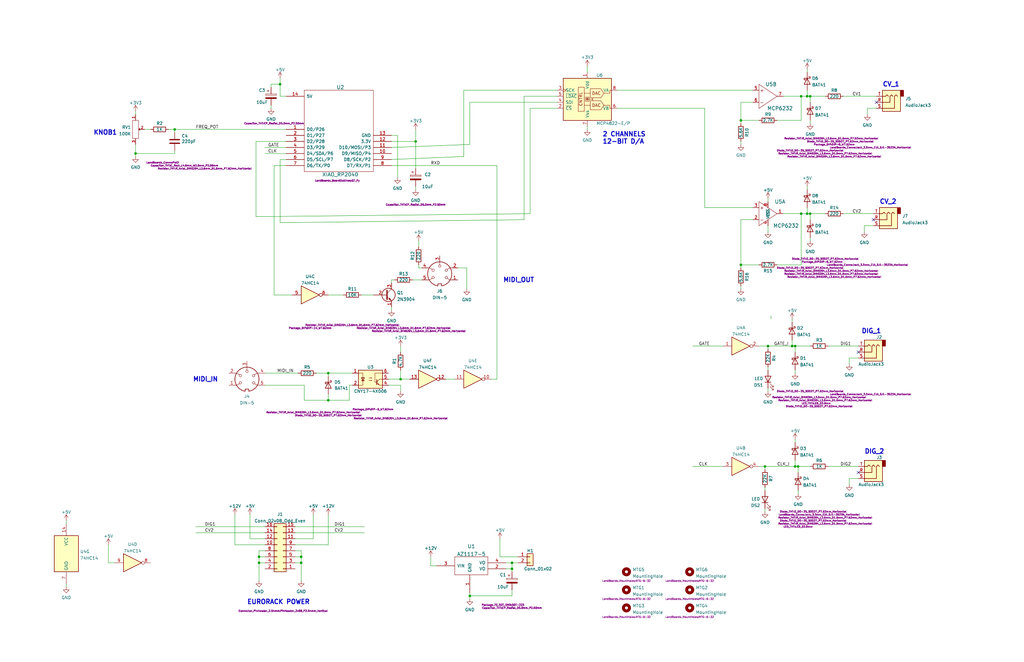
<source format=kicad_sch>
(kicad_sch (version 20211123) (generator eeschema)
  (paper "B")
  (title_block (title "SYNTH MIDI CONTROLLER") (date "2022-09-23") (rev "1") (company "LAND BOARDS LLC") (comment 1 "https://note.com/solder_state/n/n17e028497eba"))
  (lib_symbols
    (symbol "74xx:74HC04"
      (property "Reference" "U" (at 0 1.27 0))
      (property "Value" "74HC04" (at 0 -1.27 0))
      (symbol "74HC04_1_0"
        (pin input line (at -7.62 0 0) (length 3.81) (name "~") (number "1"))
        (pin output inverted (at 7.62 0 180) (length 3.81) (name "~") (number "2"))
      )
      (symbol "74HC04_2_0"
        (pin input line (at -7.62 0 0) (length 3.81) (name "~") (number "3"))
        (pin output inverted (at 7.62 0 180) (length 3.81) (name "~") (number "4"))
      )
      (symbol "74HC04_3_0"
        (pin input line (at -7.62 0 0) (length 3.81) (name "~") (number "5"))
        (pin output inverted (at 7.62 0 180) (length 3.81) (name "~") (number "6"))
      )
      (symbol "74HC04_4_0"
        (pin output inverted (at 7.62 0 180) (length 3.81) (name "~") (number "8"))
        (pin input line (at -7.62 0 0) (length 3.81) (name "~") (number "9"))
      )
      (symbol "74HC04_5_0"
        (pin output inverted (at 7.62 0 180) (length 3.81) (name "~") (number "10"))
        (pin input line (at -7.62 0 0) (length 3.81) (name "~") (number "11"))
      )
      (symbol "74HC04_6_0"
        (pin output inverted (at 7.62 0 180) (length 3.81) (name "~") (number "12"))
        (pin input line (at -7.62 0 0) (length 3.81) (name "~") (number "13"))
      )
      (symbol "74HC04_7_0"
        (pin power_in line (at 0 12.7 270) (length 5.08) (name "VCC") (number "14"))
        (pin power_in line (at 0 -12.7 90) (length 5.08) (name "GND") (number "7"))
      )
    )
    (symbol "Analog_DAC:MCP4822" (pin_names (offset 1.016))
      (property "Reference" "U" (at -2.54 10.795 0))
      (property "Value" "MCP4822" (at -2.54 8.89 0))
      (symbol "MCP4822_0_0"
        (text "CNTRL" (at -2.032 -4.191 900) (effects (font (size 1.27 1.27)) (justify left bottom)))
        (text "DAC" (at 3.81 -3.81 0) (effects (font (size 1.27 1.27))))
        (text "DAC" (at 3.81 1.27 0) (effects (font (size 1.27 1.27))))
      )
      (symbol "MCP4822_1_1"
        (pin power_in line (at 0 10.16 270) (length 2.54) (name "Vdd") (number "1"))
        (pin input line (at -12.7 -5.08 0) (length 2.54) (name "~{CS}") (number "2"))
        (pin input clock (at -12.7 2.54 0) (length 2.54) (name "SCK") (number "3"))
        (pin input line (at -12.7 -2.54 0) (length 2.54) (name "SDI") (number "4"))
        (pin input line (at -12.7 0 0) (length 2.54) (name "~{LDAC}") (number "5"))
        (pin output line (at 12.7 -5.08 180) (length 2.54) (name "VB") (number "6"))
        (pin power_in line (at 0 -12.7 90) (length 2.54) (name "Vss") (number "7"))
        (pin output line (at 12.7 2.54 180) (length 2.54) (name "VA") (number "8"))
      )
    )
    (symbol "Connector:AudioJack3"
      (property "Reference" "J" (at 0 8.89 0))
      (property "Value" "AudioJack3" (at 0 6.35 0))
      (symbol "AudioJack3_1_1"
        (pin passive line (at 5.08 0 180) (length 2.54) (name "~") (number "R"))
        (pin passive line (at 5.08 2.54 180) (length 2.54) (name "~") (number "S"))
        (pin passive line (at 5.08 -2.54 180) (length 2.54) (name "~") (number "T"))
      )
    )
    (symbol "Connector:DIN-5" (pin_names (offset 1.016))
      (property "Reference" "J" (at 3.175 5.715 0))
      (property "Value" "DIN-5" (at 0 -6.35 0))
      (symbol "DIN-5_1_1"
        (pin passive line (at -7.62 -2.54 0) (length 2.54) (name "~") (number "1"))
        (pin passive line (at -7.62 2.54 0) (length 2.54) (name "~") (number "2"))
        (pin passive line (at 0 7.62 270) (length 2.54) (name "~") (number "3"))
        (pin passive line (at 7.62 2.54 180) (length 2.54) (name "~") (number "4"))
        (pin passive line (at 7.62 -2.54 180) (length 2.54) (name "~") (number "5"))
      )
    )
    (symbol "Connector_Generic:Conn_01x02" (pin_names (offset 1.016) hide)
      (property "Reference" "J" (at 0 2.54 0))
      (property "Value" "Conn_01x02" (at 0 -5.08 0))
      (symbol "Conn_01x02_1_1"
        (pin passive line (at -5.08 0 0) (length 3.81) (name "Pin_1") (number "1"))
        (pin passive line (at -5.08 -2.54 0) (length 3.81) (name "Pin_2") (number "2"))
      )
    )
    (symbol "Connector_Generic:Conn_02x08_Odd_Even" (pin_names (offset 1.016) hide)
      (property "Reference" "J" (at 1.27 10.16 0))
      (property "Value" "Conn_02x08_Odd_Even" (at 1.27 -12.7 0))
      (symbol "Conn_02x08_Odd_Even_1_1"
        (pin passive line (at -5.08 7.62 0) (length 3.81) (name "Pin_1") (number "1"))
        (pin passive line (at 7.62 -2.54 180) (length 3.81) (name "Pin_10") (number "10"))
        (pin passive line (at -5.08 -5.08 0) (length 3.81) (name "Pin_11") (number "11"))
        (pin passive line (at 7.62 -5.08 180) (length 3.81) (name "Pin_12") (number "12"))
        (pin passive line (at -5.08 -7.62 0) (length 3.81) (name "Pin_13") (number "13"))
        (pin passive line (at 7.62 -7.62 180) (length 3.81) (name "Pin_14") (number "14"))
        (pin passive line (at -5.08 -10.16 0) (length 3.81) (name "Pin_15") (number "15"))
        (pin passive line (at 7.62 -10.16 180) (length 3.81) (name "Pin_16") (number "16"))
        (pin passive line (at 7.62 7.62 180) (length 3.81) (name "Pin_2") (number "2"))
        (pin passive line (at -5.08 5.08 0) (length 3.81) (name "Pin_3") (number "3"))
        (pin passive line (at 7.62 5.08 180) (length 3.81) (name "Pin_4") (number "4"))
        (pin passive line (at -5.08 2.54 0) (length 3.81) (name "Pin_5") (number "5"))
        (pin passive line (at 7.62 2.54 180) (length 3.81) (name "Pin_6") (number "6"))
        (pin passive line (at -5.08 0 0) (length 3.81) (name "Pin_7") (number "7"))
        (pin passive line (at 7.62 0 180) (length 3.81) (name "Pin_8") (number "8"))
        (pin passive line (at -5.08 -2.54 0) (length 3.81) (name "Pin_9") (number "9"))
      )
    )
    (symbol "Device:C" (pin_numbers hide) (pin_names (offset 0.254))
      (property "Reference" "C" (at 0.635 2.54 0))
      (property "Value" "C" (at 0.635 -2.54 0))
      (symbol "C_1_1"
        (pin passive line (at 0 3.81 270) (length 2.794) (name "~") (number "1"))
        (pin passive line (at 0 -3.81 90) (length 2.794) (name "~") (number "2"))
      )
    )
    (symbol "Device:C_Polarized" (pin_numbers hide) (pin_names (offset 0.254))
      (property "Reference" "C" (at 0.635 2.54 0))
      (property "Value" "C_Polarized" (at 0.635 -2.54 0))
      (symbol "C_Polarized_1_1"
        (pin passive line (at 0 3.81 270) (length 2.794) (name "~") (number "1"))
        (pin passive line (at 0 -3.81 90) (length 2.794) (name "~") (number "2"))
      )
    )
    (symbol "Device:D_Schottky" (pin_numbers hide) (pin_names (offset 1.016) hide)
      (property "Reference" "D" (at 0 2.54 0))
      (property "Value" "D_Schottky" (at 0 -2.54 0))
      (symbol "D_Schottky_1_1"
        (pin passive line (at -3.81 0 0) (length 2.54) (name "K") (number "1"))
        (pin passive line (at 3.81 0 180) (length 2.54) (name "A") (number "2"))
      )
    )
    (symbol "Device:LED" (pin_numbers hide) (pin_names (offset 1.016) hide)
      (property "Reference" "D" (at 0 2.54 0))
      (property "Value" "LED" (at 0 -2.54 0))
      (symbol "LED_1_1"
        (pin passive line (at -3.81 0 0) (length 2.54) (name "K") (number "1"))
        (pin passive line (at 3.81 0 180) (length 2.54) (name "A") (number "2"))
      )
    )
    (symbol "Device:R" (pin_numbers hide) (pin_names (offset 0))
      (property "Reference" "R" (at 2.032 0 90))
      (property "Value" "R" (at 0 0 90))
      (symbol "R_1_1"
        (pin passive line (at 0 3.81 270) (length 1.27) (name "~") (number "1"))
        (pin passive line (at 0 -3.81 90) (length 1.27) (name "~") (number "2"))
      )
    )
    (symbol "Isolator:4N26" (pin_names (offset 1.016))
      (property "Reference" "U" (at -5.08 5.08 0))
      (property "Value" "4N26" (at 0 5.08 0))
      (symbol "4N26_1_1"
        (pin passive line (at -7.62 2.54 0) (length 2.54) (name "~") (number "1"))
        (pin passive line (at -7.62 -2.54 0) (length 2.54) (name "~") (number "2"))
        (pin no_connect line (at -5.08 0 0) (length 2.54) hide (name "NC") (number "3"))
        (pin passive line (at 7.62 -2.54 180) (length 2.54) (name "~") (number "4"))
        (pin passive line (at 7.62 0 180) (length 2.54) (name "~") (number "5"))
        (pin passive line (at 7.62 2.54 180) (length 2.54) (name "~") (number "6"))
      )
    )
    (symbol "LandBoards:POT" (pin_names (offset 1.016) hide)
      (property "Reference" "RV" (at 0 -2.54 0))
      (property "Value" "POT" (at 0 0 0))
      (symbol "POT_1_1"
        (pin passive line (at -6.35 0 0) (length 2.54) (name "1") (number "1"))
        (pin passive line (at 0 3.81 270) (length 2.032) (name "2") (number "2"))
        (pin passive line (at 6.35 0 180) (length 2.54) (name "3") (number "3"))
      )
    )
    (symbol "LandBoards_Cards:XIAO_RP2040" (pin_names (offset 1.016))
      (property "Reference" "BRD" (at 0 25.4 0))
      (property "Value" "XIAO_RP2040" (at 0 -11.43 0))
      (symbol "XIAO_RP2040_1_1"
        (pin bidirectional line (at -22.86 7.62 0) (length 7.62) (name "D0/P26") (number "1"))
        (pin bidirectional line (at 21.59 -2.54 180) (length 7.62) (name "D9/MISO/P4") (number "10"))
        (pin bidirectional line (at 21.59 0 180) (length 7.62) (name "D10/MOSI/P3") (number "11"))
        (pin power_out line (at 21.59 2.54 180) (length 7.62) (name "3.3V") (number "12"))
        (pin power_in line (at 21.59 5.08 180) (length 7.62) (name "GND") (number "13"))
        (pin power_in line (at -22.86 21.59 0) (length 7.62) (name "5V") (number "14"))
        (pin bidirectional line (at -22.86 5.08 0) (length 7.62) (name "D1/P27") (number "2"))
        (pin bidirectional line (at -22.86 2.54 0) (length 7.62) (name "D2/P28") (number "3"))
        (pin bidirectional line (at -22.86 0 0) (length 7.62) (name "D3/P29") (number "4"))
        (pin bidirectional line (at -22.86 -2.54 0) (length 7.62) (name "D4/SDA/P6") (number "5"))
        (pin bidirectional line (at -22.86 -5.08 0) (length 7.62) (name "D5/SCL/P7") (number "6"))
        (pin bidirectional line (at -22.86 -7.62 0) (length 7.62) (name "D6/TX/P0") (number "7"))
        (pin bidirectional line (at 21.59 -7.62 180) (length 7.62) (name "D7/RX/P1") (number "8"))
        (pin bidirectional line (at 21.59 -5.08 180) (length 7.62) (name "D8/SCK/P2") (number "9"))
      )
    )
    (symbol "LandBoards_Semis:AP1117" (pin_names (offset 1.016))
      (property "Reference" "U" (at 2.54 3.81 0))
      (property "Value" "AP1117" (at 6.35 -6.35 0))
      (symbol "AP1117_1_1"
        (pin power_in line (at -2.54 -12.7 90) (length 7.62) (name "GND") (number "1"))
        (pin passive line (at 12.7 -2.54 180) (length 7.62) (name "VO") (number "2"))
        (pin power_in line (at -16.51 -1.27 0) (length 7.62) (name "VIN") (number "3"))
        (pin power_out line (at 12.7 0 180) (length 7.62) (name "VO") (number "4"))
      )
    )
    (symbol "LandBoards_Semis:MCP6002" (pin_names (offset 1.016))
      (property "Reference" "U" (at 2.54 -3.81 0))
      (property "Value" "MCP6002" (at 6.35 3.81 0))
      (symbol "MCP6002_0_0"
        (text "+" (at -2.54 2.54 0) (effects (font (size 1.524 1.524))))
        (text "-" (at -2.54 -2.54 0) (effects (font (size 1.524 1.524))))
      )
      (symbol "MCP6002_1_1"
        (pin input line (at 6.35 0 180) (length 2.54) (name "Q") (number "1"))
        (pin input line (at -6.35 -2.54 0) (length 2.54) (name "-") (number "2"))
        (pin input line (at -6.35 2.54 0) (length 2.54) (name "+") (number "3"))
        (pin input line (at 0 -5.08 90) (length 2.54) (name "VSS") (number "4"))
        (pin input line (at 0 5.08 270) (length 2.54) (name "VDD") (number "8"))
      )
      (symbol "MCP6002_2_1"
        (pin input line (at -6.35 2.54 0) (length 2.54) (name "+") (number "5"))
        (pin input line (at -6.35 -2.54 0) (length 2.54) (name "-") (number "6"))
        (pin input line (at 6.35 0 180) (length 2.54) (name "Q") (number "7"))
      )
    )
    (symbol "Mechanical:MountingHole" (pin_names (offset 1.016))
      (property "Reference" "H" (at 0 5.08 0))
      (property "Value" "MountingHole" (at 0 3.175 0))
    )
    (symbol "Transistor_BJT:2N3904" (pin_names (offset 0) hide)
      (property "Reference" "Q" (at 5.08 1.905 0))
      (property "Value" "2N3904" (at 5.08 0 0))
      (symbol "2N3904_1_1"
        (pin passive line (at 2.54 -5.08 90) (length 2.54) (name "E") (number "1"))
        (pin passive line (at -5.08 0 0) (length 5.715) (name "B") (number "2"))
        (pin passive line (at 2.54 5.08 270) (length 2.54) (name "C") (number "3"))
      )
    )
    (symbol "power:+12V" (power) (pin_names (offset 0))
      (property "Value" "+12V" (at 0 3.556 0))
      (symbol "+12V_1_1"
        (pin power_in line (at 0 0 90) (length 0) hide (name "+12V") (number "1"))
      )
    )
    (symbol "power:+3.3V" (power) (pin_names (offset 0))
      (property "Value" "+3.3V" (at 0 3.556 0))
      (symbol "+3.3V_1_1"
        (pin power_in line (at 0 0 90) (length 0) hide (name "+3V3") (number "1"))
      )
    )
    (symbol "power:+5V" (power) (pin_names (offset 0))
      (property "Value" "+5V" (at 0 3.556 0))
      (symbol "+5V_1_1"
        (pin power_in line (at 0 0 90) (length 0) hide (name "+5V") (number "1"))
      )
    )
    (symbol "power:GND" (power) (pin_names (offset 0))
      (property "Value" "GND" (at 0 -3.81 0))
      (symbol "GND_1_1"
        (pin power_in line (at 0 0 270) (length 0) hide (name "GND") (number "1"))
      )
    )
  )
  (junction (at 337.82 40.64))
  (junction (at 127 237.49))
  (junction (at 109.22 234.95))
  (junction (at 175.26 59.69))
  (junction (at 341.63 90.17))
  (junction (at 138.43 168.91))
  (junction (at 198.12 251.46))
  (junction (at 341.63 40.64))
  (junction (at 118.11 35.56))
  (junction (at 312.42 111.76))
  (junction (at 340.36 40.64))
  (junction (at 127 234.95))
  (junction (at 334.01 146.05))
  (junction (at 138.43 157.48))
  (junction (at 335.28 146.05))
  (junction (at 323.85 146.05))
  (junction (at 335.28 196.85))
  (junction (at 57.15 64.77))
  (junction (at 337.82 90.17))
  (junction (at 336.55 196.85))
  (junction (at 73.66 54.61))
  (junction (at 168.91 160.02))
  (junction (at 215.9 240.03))
  (junction (at 215.9 237.49))
  (junction (at 340.36 90.17))
  (junction (at 109.22 237.49))
  (junction (at 312.42 50.8))
  (junction (at 322.58 196.85))
  (no_connect (at 361.95 148.59))
  (no_connect (at 369.57 43.18))
  (no_connect (at 361.95 199.39))
  (no_connect (at 368.3 92.71))
  (wire (pts (xy 138.43 168.91) (xy 138.43 166.37)))
  (wire (pts (xy 99.06 217.17) (xy 99.06 229.87)))
  (wire (pts (xy 127 234.95) (xy 127 237.49)))
  (wire (pts (xy 60.96 54.61) (xy 63.5 54.61)))
  (wire (pts (xy 57.15 64.77) (xy 57.15 60.96)))
  (wire (pts (xy 163.83 162.56) (xy 168.91 162.56)))
  (wire (pts (xy 213.36 237.49) (xy 215.9 237.49)))
  (wire (pts (xy 355.6 90.17) (xy 368.3 90.17)))
  (wire (pts (xy 128.27 168.91) (xy 138.43 168.91)))
  (wire (pts (xy 165.1 59.69) (xy 175.26 59.69)))
  (wire (pts (xy 124.46 229.87) (xy 138.43 229.87)))
  (wire (pts (xy 340.36 29.21) (xy 340.36 30.48)))
  (wire (pts (xy 213.36 240.03) (xy 215.9 240.03)))
  (wire (pts (xy 147.32 168.91) (xy 147.32 162.56)))
  (wire (pts (xy 312.42 50.8) (xy 312.42 43.18)))
  (wire (pts (xy 323.85 95.25) (xy 323.85 97.79)))
  (wire (pts (xy 335.28 146.05) (xy 335.28 148.59)))
  (wire (pts (xy 340.36 78.74) (xy 340.36 80.01)))
  (wire (pts (xy 196.85 113.03) (xy 196.85 121.92)))
  (wire (pts (xy 138.43 168.91) (xy 147.32 168.91)))
  (wire (pts (xy 120.65 67.31) (xy 118.11 67.31)))
  (wire (pts (xy 364.49 95.25) (xy 368.3 95.25)))
  (wire (pts (xy 198.12 251.46) (xy 215.9 251.46)))
  (wire (pts (xy 165.1 67.31) (xy 195.58 66.04)))
  (wire (pts (xy 114.3 45.72) (xy 114.3 44.45)))
  (wire (pts (xy 124.46 222.25) (xy 153.67 222.25)))
  (wire (pts (xy 337.82 40.64) (xy 340.36 40.64)))
  (wire (pts (xy 176.53 101.6) (xy 176.53 104.14)))
  (wire (pts (xy 152.4 124.46) (xy 157.48 124.46)))
  (wire (pts (xy 322.58 215.9) (xy 322.58 214.63)))
  (wire (pts (xy 27.94 246.38) (xy 27.94 247.65)))
  (wire (pts (xy 334.01 134.62) (xy 334.01 135.89)))
  (wire (pts (xy 320.04 50.8) (xy 312.42 50.8)))
  (wire (pts (xy 365.76 48.26) (xy 365.76 45.72)))
  (wire (pts (xy 176.53 113.03) (xy 177.8 113.03)))
  (wire (pts (xy 358.14 153.67) (xy 358.14 151.13)))
  (wire (pts (xy 335.28 194.31) (xy 335.28 196.85)))
  (wire (pts (xy 168.91 162.56) (xy 168.91 165.1)))
  (wire (pts (xy 138.43 217.17) (xy 138.43 229.87)))
  (wire (pts (xy 181.61 238.76) (xy 184.15 238.76)))
  (wire (pts (xy 111.76 229.87) (xy 99.06 229.87)))
  (wire (pts (xy 341.63 40.64) (xy 341.63 43.18)))
  (wire (pts (xy 107.95 59.69) (xy 107.95 91.44)))
  (wire (pts (xy 210.82 234.95) (xy 210.82 227.33)))
  (wire (pts (xy 111.76 62.23) (xy 120.65 62.23)))
  (wire (pts (xy 118.11 40.64) (xy 118.11 35.56)))
  (wire (pts (xy 336.55 196.85) (xy 336.55 199.39)))
  (wire (pts (xy 124.46 232.41) (xy 127 232.41)))
  (wire (pts (xy 336.55 196.85) (xy 341.63 196.85)))
  (wire (pts (xy 334.01 143.51) (xy 334.01 146.05)))
  (wire (pts (xy 118.11 35.56) (xy 118.11 33.02)))
  (wire (pts (xy 337.82 90.17) (xy 340.36 90.17)))
  (wire (pts (xy 73.66 54.61) (xy 73.66 55.88)))
  (wire (pts (xy 358.14 151.13) (xy 361.95 151.13)))
  (wire (pts (xy 335.28 185.42) (xy 335.28 186.69)))
  (wire (pts (xy 45.72 229.87) (xy 45.72 237.49)))
  (wire (pts (xy 312.42 59.69) (xy 312.42 60.96)))
  (wire (pts (xy 312.42 43.18) (xy 317.5 43.18)))
  (wire (pts (xy 198.12 251.46) (xy 198.12 252.73)))
  (wire (pts (xy 118.11 40.64) (xy 120.65 40.64)))
  (wire (pts (xy 115.57 69.85) (xy 115.57 124.46)))
  (wire (pts (xy 82.55 222.25) (xy 111.76 222.25)))
  (wire (pts (xy 327.66 111.76) (xy 337.82 111.76)))
  (wire (pts (xy 323.85 146.05) (xy 334.01 146.05)))
  (wire (pts (xy 111.76 232.41) (xy 109.22 232.41)))
  (wire (pts (xy 147.32 162.56) (xy 148.59 162.56)))
  (wire (pts (xy 323.85 156.21) (xy 323.85 154.94)))
  (wire (pts (xy 364.49 97.79) (xy 364.49 95.25)))
  (wire (pts (xy 358.14 204.47) (xy 358.14 201.93)))
  (wire (pts (xy 292.1 146.05) (xy 304.8 146.05)))
  (wire (pts (xy 322.58 196.85) (xy 335.28 196.85)))
  (wire (pts (xy 118.11 93.98) (xy 220.98 92.71)))
  (wire (pts (xy 215.9 240.03) (xy 215.9 241.3)))
  (wire (pts (xy 320.04 146.05) (xy 323.85 146.05)))
  (wire (pts (xy 111.76 227.33) (xy 105.41 227.33)))
  (wire (pts (xy 109.22 237.49) (xy 111.76 237.49)))
  (wire (pts (xy 118.11 35.56) (xy 114.3 35.56)))
  (wire (pts (xy 341.63 90.17) (xy 341.63 92.71)))
  (wire (pts (xy 312.42 92.71) (xy 317.5 92.71)))
  (wire (pts (xy 120.65 59.69) (xy 107.95 59.69)))
  (wire (pts (xy 138.43 157.48) (xy 138.43 158.75)))
  (wire (pts (xy 168.91 160.02) (xy 172.72 160.02)))
  (wire (pts (xy 341.63 52.07) (xy 341.63 50.8)))
  (wire (pts (xy 187.96 160.02) (xy 191.77 160.02)))
  (wire (pts (xy 115.57 124.46) (xy 123.19 124.46)))
  (wire (pts (xy 176.53 113.03) (xy 176.53 111.76)))
  (wire (pts (xy 341.63 90.17) (xy 347.98 90.17)))
  (wire (pts (xy 127 232.41) (xy 127 234.95)))
  (wire (pts (xy 312.42 111.76) (xy 312.42 113.03)))
  (wire (pts (xy 71.12 54.61) (xy 73.66 54.61)))
  (wire (pts (xy 320.04 196.85) (xy 322.58 196.85)))
  (wire (pts (xy 165.1 69.85) (xy 209.55 69.85)))
  (wire (pts (xy 163.83 160.02) (xy 168.91 160.02)))
  (wire (pts (xy 124.46 224.79) (xy 153.67 224.79)))
  (wire (pts (xy 220.98 92.71) (xy 220.98 40.64)))
  (wire (pts (xy 337.82 111.76) (xy 337.82 90.17)))
  (wire (pts (xy 335.28 196.85) (xy 336.55 196.85)))
  (wire (pts (xy 312.42 120.65) (xy 312.42 121.92)))
  (wire (pts (xy 57.15 66.04) (xy 57.15 64.77)))
  (wire (pts (xy 133.35 157.48) (xy 138.43 157.48)))
  (wire (pts (xy 165.1 119.38) (xy 165.1 118.11)))
  (wire (pts (xy 109.22 232.41) (xy 109.22 234.95)))
  (wire (pts (xy 168.91 160.02) (xy 168.91 156.21)))
  (wire (pts (xy 165.1 57.15) (xy 167.64 57.15)))
  (wire (pts (xy 207.01 160.02) (xy 209.55 160.02)))
  (wire (pts (xy 73.66 54.61) (xy 120.65 54.61)))
  (wire (pts (xy 138.43 124.46) (xy 144.78 124.46)))
  (wire (pts (xy 323.85 83.82) (xy 323.85 85.09)))
  (wire (pts (xy 198.12 43.18) (xy 234.95 43.18)))
  (wire (pts (xy 340.36 38.1) (xy 340.36 40.64)))
  (wire (pts (xy 175.26 80.01) (xy 175.26 78.74)))
  (wire (pts (xy 45.72 237.49) (xy 48.26 237.49)))
  (wire (pts (xy 220.98 40.64) (xy 234.95 40.64)))
  (wire (pts (xy 323.85 165.1) (xy 323.85 163.83)))
  (wire (pts (xy 181.61 234.95) (xy 181.61 238.76)))
  (wire (pts (xy 340.36 90.17) (xy 341.63 90.17)))
  (wire (pts (xy 223.52 45.72) (xy 234.95 45.72)))
  (wire (pts (xy 247.65 53.34) (xy 247.65 54.61)))
  (wire (pts (xy 218.44 234.95) (xy 210.82 234.95)))
  (wire (pts (xy 297.18 87.63) (xy 317.5 87.63)))
  (wire (pts (xy 260.35 38.1) (xy 317.5 38.1)))
  (wire (pts (xy 165.1 129.54) (xy 165.1 130.81)))
  (wire (pts (xy 198.12 60.96) (xy 198.12 43.18)))
  (wire (pts (xy 335.28 157.48) (xy 335.28 156.21)))
  (wire (pts (xy 109.22 237.49) (xy 109.22 245.11)))
  (wire (pts (xy 297.18 45.72) (xy 297.18 87.63)))
  (wire (pts (xy 260.35 45.72) (xy 297.18 45.72)))
  (wire (pts (xy 337.82 50.8) (xy 337.82 40.64)))
  (wire (pts (xy 341.63 40.64) (xy 347.98 40.64)))
  (wire (pts (xy 340.36 40.64) (xy 341.63 40.64)))
  (wire (pts (xy 138.43 157.48) (xy 148.59 157.48)))
  (wire (pts (xy 327.66 50.8) (xy 337.82 50.8)))
  (wire (pts (xy 195.58 66.04) (xy 195.58 38.1)))
  (wire (pts (xy 114.3 35.56) (xy 114.3 36.83)))
  (wire (pts (xy 132.08 227.33) (xy 132.08 217.17)))
  (wire (pts (xy 198.12 250.19) (xy 198.12 251.46)))
  (wire (pts (xy 111.76 162.56) (xy 128.27 162.56)))
  (wire (pts (xy 215.9 251.46) (xy 215.9 248.92)))
  (wire (pts (xy 215.9 237.49) (xy 218.44 237.49)))
  (wire (pts (xy 325.12 133.35) (xy 325.12 134.62)))
  (wire (pts (xy 341.63 101.6) (xy 341.63 100.33)))
  (wire (pts (xy 358.14 201.93) (xy 361.95 201.93)))
  (wire (pts (xy 127 237.49) (xy 127 245.11)))
  (wire (pts (xy 334.01 146.05) (xy 335.28 146.05)))
  (wire (pts (xy 73.66 63.5) (xy 73.66 64.77)))
  (wire (pts (xy 349.25 196.85) (xy 361.95 196.85)))
  (wire (pts (xy 215.9 240.03) (xy 215.9 237.49)))
  (wire (pts (xy 57.15 46.99) (xy 57.15 48.26)))
  (wire (pts (xy 165.1 62.23) (xy 198.12 60.96)))
  (wire (pts (xy 109.22 234.95) (xy 111.76 234.95)))
  (wire (pts (xy 175.26 54.61) (xy 175.26 59.69)))
  (wire (pts (xy 312.42 50.8) (xy 312.42 52.07)))
  (wire (pts (xy 330.2 90.17) (xy 337.82 90.17)))
  (wire (pts (xy 128.27 162.56) (xy 128.27 168.91)))
  (wire (pts (xy 107.95 91.44) (xy 223.52 90.17)))
  (wire (pts (xy 109.22 234.95) (xy 109.22 237.49)))
  (wire (pts (xy 118.11 67.31) (xy 118.11 93.98)))
  (wire (pts (xy 193.04 113.03) (xy 196.85 113.03)))
  (wire (pts (xy 322.58 196.85) (xy 322.58 198.12)))
  (wire (pts (xy 57.15 64.77) (xy 73.66 64.77)))
  (wire (pts (xy 124.46 237.49) (xy 127 237.49)))
  (wire (pts (xy 82.55 224.79) (xy 111.76 224.79)))
  (wire (pts (xy 168.91 146.05) (xy 168.91 148.59)))
  (wire (pts (xy 165.1 118.11) (xy 166.37 118.11)))
  (wire (pts (xy 292.1 196.85) (xy 304.8 196.85)))
  (wire (pts (xy 167.64 57.15) (xy 167.64 74.93)))
  (wire (pts (xy 349.25 146.05) (xy 361.95 146.05)))
  (wire (pts (xy 223.52 90.17) (xy 223.52 45.72)))
  (wire (pts (xy 365.76 45.72) (xy 369.57 45.72)))
  (wire (pts (xy 124.46 227.33) (xy 132.08 227.33)))
  (wire (pts (xy 312.42 111.76) (xy 312.42 92.71)))
  (wire (pts (xy 105.41 227.33) (xy 105.41 217.17)))
  (wire (pts (xy 336.55 208.28) (xy 336.55 207.01)))
  (wire (pts (xy 330.2 40.64) (xy 337.82 40.64)))
  (wire (pts (xy 124.46 234.95) (xy 127 234.95)))
  (wire (pts (xy 209.55 69.85) (xy 209.55 160.02)))
  (wire (pts (xy 125.73 157.48) (xy 111.76 157.48)))
  (wire (pts (xy 322.58 205.74) (xy 322.58 207.01)))
  (wire (pts (xy 111.76 64.77) (xy 120.65 64.77)))
  (wire (pts (xy 120.65 69.85) (xy 115.57 69.85)))
  (wire (pts (xy 320.04 111.76) (xy 312.42 111.76)))
  (wire (pts (xy 335.28 146.05) (xy 341.63 146.05)))
  (wire (pts (xy 247.65 27.94) (xy 247.65 30.48)))
  (wire (pts (xy 175.26 71.12) (xy 175.26 59.69)))
  (wire (pts (xy 173.99 118.11) (xy 177.8 118.11)))
  (wire (pts (xy 340.36 87.63) (xy 340.36 90.17)))
  (wire (pts (xy 195.58 38.1) (xy 234.95 38.1)))
  (wire (pts (xy 323.85 146.05) (xy 323.85 147.32)))
  (wire (pts (xy 27.94 219.71) (xy 27.94 220.98)))
  (wire (pts (xy 355.6 40.64) (xy 369.57 40.64)))
  (text "CV_2" (at 370.84 86.36 0) (effects (font (size 1.905 1.905) (thickness 0.381) bold) (justify left bottom)))
  (text "DIG_1" (at 363.22 140.97 0) (effects (font (size 1.905 1.905) (thickness 0.381) bold) (justify left bottom)))
  (text "MIDI_IN" (at 81.28 161.29 0) (effects (font (size 1.905 1.905) (thickness 0.381) bold) (justify left bottom)))
  (text "2 CHANNELS\n12-BIT D/A" (at 254 60.96 0) (effects (font (size 1.905 1.905) (thickness 0.381) bold) (justify left bottom)))
  (text "KNOB1" (at 39.37 57.15 0) (effects (font (size 1.905 1.905) (thickness 0.381) bold) (justify left bottom)))
  (text "MIDI_OUT" (at 212.09 119.38 0) (effects (font (size 1.905 1.905) (thickness 0.381) bold) (justify left bottom)))
  (text "DIG_2" (at 364.49 191.77 0) (effects (font (size 1.905 1.905) (thickness 0.381) bold) (justify left bottom)))
  (text "CV_1" (at 372.11 36.83 0) (effects (font (size 1.905 1.905) (thickness 0.381) bold) (justify left bottom)))
  (text "EURORACK POWER" (at 104.14 255.27 0) (effects (font (size 1.905 1.905) (thickness 0.381) bold) (justify left bottom)))
  (label "DIG2" (at 354.33 196.85 0))
  (label "CV2" (at 140.97 224.79 0))
  (label "CV2" (at 86.36 224.79 0))
  (label "FREQ_POT" (at 82.55 54.61 0))
  (label "RXD" (at 181.61 69.85 0))
  (label "MIDI_IN" (at 116.84 157.48 0))
  (label "DIG1" (at 140.97 222.25 0))
  (label "DIG1" (at 354.33 146.05 0))
  (label "DIG1" (at 86.36 222.25 0))
  (label "CLK" (at 294.64 196.85 0))
  (label "GATE" (at 113.03 62.23 0))
  (label "CLK_I" (at 327.66 196.85 0))
  (label "GATE_I" (at 326.39 146.05 0))
  (label "CV2" (at 359.41 90.17 0))
  (label "CV1" (at 359.41 40.64 0))
  (label "GATE" (at 294.64 146.05 0))
  (label "CLK" (at 113.03 64.77 0))
  (symbol (lib_id "power:GND") (at 167.64 74.93 0) (unit 1)
    (property "Reference" "#PWR0105" (effects hide))
    (property "Value" "GND" (at 167.64 79.4925 0))
  )
  (symbol (lib_id "Device:R") (at 323.85 50.8 90) (unit 1)
    (property "Reference" "R9" (at 323.85 48.26 90))
    (property "Value" "2.7K" (at 323.85 50.8 90))
    (property "Footprint" "Resistor_THT:R_Axial_DIN0204_L3.6mm_D1.6mm_P7.62mm_Horizontal" (at 347.98 64.77 90) (effects (font (size 0.762 0.762))))
    (property "Datasheet" "https://www.mouser.com/ProductDetail/Xicon/299-2.2K-RC?qs=QaPBMFBEHz3RDbXknTj%252ByA%3D%3D" (effects hide))
  )
  (symbol (lib_id "74xx:74HC04") (at 180.34 160.02 0) (unit 6)
    (property "Reference" "U4" (at 180.34 152.2435 0))
    (property "Value" "74HC14" (at 180.34 155.0186 0))
    (property "Footprint" "Package_DIP:DIP-14_W7.62mm" (effects hide))
    (property "Datasheet" "https://www.mouser.com/ProductDetail/595-SN74HC14AN" (effects hide))
  )
  (symbol (lib_id "Device:D_Schottky") (at 341.63 46.99 270) (unit 1)
    (property "Reference" "D7" (at 343.662 45.764 90) (effects (justify left)))
    (property "Value" "BAT41" (at 343.662 48.5391 90) (effects (justify left)))
    (property "Footprint" "Diode_THT:D_DO-35_SOD27_P7.62mm_Horizontal" (at 341.63 63.5 90) (effects (font (size 0.762 0.762))))
  )
  (symbol (lib_id "power:+5V") (at 176.53 101.6 0) (unit 1)
    (property "Reference" "#PWR0107" (effects hide))
    (property "Value" "+5V" (at 176.53 97.9955 0))
  )
  (symbol (lib_id "Analog_DAC:MCP4822") (at 247.65 40.64 0) (unit 1)
    (property "Reference" "U6" (at 251.46 31.75 0) (effects (justify left)))
    (property "Value" "MCP4822-E/P" (at 251.46 52.07 0) (effects (justify left)))
    (property "Footprint" "Package_DIP:DIP-8_W7.62mm" (effects hide))
    (property "Datasheet" "http://ww1.microchip.com/downloads/en/DeviceDoc/20002249B.pdf" (effects hide))
  )
  (symbol (lib_id "power:GND") (at 196.85 121.92 0) (unit 1)
    (property "Reference" "#PWR0136" (effects hide))
    (property "Value" "GND" (at 196.85 126.4825 0))
  )
  (symbol (lib_id "Device:C_Polarized") (at 215.9 245.11 0) (unit 1)
    (property "Reference" "C1" (at 212.09 242.57 0))
    (property "Value" "10uF" (at 212.09 247.65 0))
    (property "Footprint" "Capacitor_THT:CP_Radial_D5.0mm_P2.50mm" (at 215.9 256.54 0) (effects (font (size 0.762 0.762))))
    (property "Datasheet" "https://www.mouser.com/ProductDetail/140-REA470M1CBK0511P" (effects hide))
  )
  (symbol (lib_id "power:+5V") (at 334.01 134.62 0) (unit 1)
    (property "Reference" "#PWR0110" (effects hide))
    (property "Value" "+5V" (at 334.01 131.0155 0))
  )
  (symbol (lib_id "Device:R") (at 129.54 157.48 90) (unit 1)
    (property "Reference" "R5" (at 129.54 154.94 90))
    (property "Value" "220" (at 129.54 157.48 90))
    (property "Footprint" "Resistor_THT:R_Axial_DIN0204_L3.6mm_D1.6mm_P7.62mm_Horizontal" (at 132.08 173.99 90) (effects (font (size 0.762 0.762))))
    (property "Datasheet" "https://www.mouser.com/ProductDetail/Xicon/299-2.2K-RC?qs=QaPBMFBEHz3RDbXknTj%252ByA%3D%3D" (effects hide))
  )
  (symbol (lib_id "power:GND") (at 109.22 245.11 0) (unit 1)
    (property "Reference" "#PWR0125" (effects hide))
    (property "Value" "GND" (at 109.22 249.6725 0))
  )
  (symbol (lib_id "74xx:74HC04") (at 312.42 196.85 0) (unit 2)
    (property "Reference" "U4" (at 312.42 189.0735 0))
    (property "Value" "74HC14" (at 312.42 191.8486 0))
    (property "Footprint" "Package_DIP:DIP-14_W7.62mm" (effects hide))
    (property "Datasheet" "https://www.mouser.com/ProductDetail/595-SN74HC14AN" (effects hide))
  )
  (symbol (lib_id "Device:R") (at 67.31 54.61 90) (unit 1)
    (property "Reference" "R2" (at 67.31 52.07 90))
    (property "Value" "1K" (at 67.31 54.61 90))
    (property "Footprint" "Resistor_THT:R_Axial_DIN0204_L3.6mm_D1.6mm_P7.62mm_Horizontal" (at 86.36 71.12 90) (effects (font (size 0.762 0.762))))
    (property "Datasheet" "https://www.mouser.com/ProductDetail/Xicon/299-2.2K-RC?qs=QaPBMFBEHz3RDbXknTj%252ByA%3D%3D" (effects hide))
  )
  (symbol (lib_id "power:GND") (at 198.12 252.73 0) (unit 1)
    (property "Reference" "#PWR0135" (effects hide))
    (property "Value" "GND" (at 198.12 257.2925 0))
  )
  (symbol (lib_id "LandBoards_Semis:MCP6002") (at 323.85 90.17 0) (unit 1)
    (property "Reference" "U5" (at 328.93 85.09 0) (effects (font (size 1.524 1.524))))
    (property "Value" "MCP6232" (at 331.47 95.25 0) (effects (font (size 1.524 1.524))))
    (property "Footprint" "Package_DIP:DIP-8_W7.62mm" (at 346.71 110.49 0) (effects (font (size 0.762 0.762))))
  )
  (symbol (lib_id "Device:C_Polarized") (at 114.3 40.64 0) (unit 1)
    (property "Reference" "C3" (at 110.49 38.1 0))
    (property "Value" "10uF" (at 110.49 43.18 0))
    (property "Footprint" "Capacitor_THT:CP_Radial_D5.0mm_P2.50mm" (at 115.57 52.07 0) (effects (font (size 0.762 0.762))))
    (property "Datasheet" "https://www.mouser.com/ProductDetail/140-REA470M1CBK0511P" (effects hide))
  )
  (symbol (lib_id "Device:C") (at 73.66 59.69 0) (unit 1)
    (property "Reference" "C4" (at 76.581 57.3786 0) (effects (justify left)))
    (property "Value" "220pF" (at 76.581 59.69 0) (effects (justify left)))
    (property "Footprint" "Capacitor_THT:C_Rect_L4.0mm_W2.5mm_P2.50mm" (at 63.5 69.85 0) (effects (font (size 0.762 0.762)) (justify left)))
    (property "Datasheet" "https://www.mouser.com/ProductDetail/TDK/FG18X7R1H473KNT06?qs=qf2ddTMq67Ua7q%2FdN4IhqA%3D%3D" (effects hide))
  )
  (symbol (lib_id "power:GND") (at 358.14 204.47 0) (unit 1)
    (property "Reference" "#PWR0131" (effects hide))
    (property "Value" "GND" (at 358.14 209.0325 0))
  )
  (symbol (lib_id "power:+5V") (at 210.82 227.33 0) (unit 1)
    (property "Reference" "#PWR0134" (effects hide))
    (property "Value" "+5V" (at 210.82 223.7255 0))
  )
  (symbol (lib_id "Connector:DIN-5") (at 104.14 160.02 0) (unit 1)
    (property "Reference" "J4" (at 104.1401 167.2495 0))
    (property "Value" "DIN-5" (at 104.1401 170.0246 0))
    (property "Footprint" "LandBoards_Conns:MIDI_DIN-5" (effects hide))
    (property "Datasheet" "http://www.mouser.com/ds/2/18/40_c091_abd_e-75918.pdf" (effects hide))
  )
  (symbol (lib_id "Mechanical:MountingHole") (at 264.16 248.92 0) (unit 1)
    (property "Reference" "MTG1" (at 266.7 248.0115 0) (effects (justify left)))
    (property "Value" "MountingHole" (at 266.7 250.7866 0) (effects (justify left)))
    (property "Footprint" "LandBoards_MountHoles:MTG-6-32" (at 264.16 252.73 0) (effects (font (size 0.762 0.762))))
  )
  (symbol (lib_id "Device:R") (at 170.18 118.11 90) (unit 1)
    (property "Reference" "R13" (at 170.18 115.57 90))
    (property "Value" "220" (at 170.18 118.11 90))
    (property "Footprint" "Resistor_THT:R_Axial_DIN0204_L3.6mm_D1.6mm_P7.62mm_Horizontal" (at 170.18 138.43 90) (effects (font (size 0.762 0.762))))
    (property "Datasheet" "https://www.mouser.com/ProductDetail/Xicon/299-2.2K-RC?qs=QaPBMFBEHz3RDbXknTj%252ByA%3D%3D" (effects hide))
  )
  (symbol (lib_id "Device:D_Schottky") (at 340.36 34.29 270) (unit 1)
    (property "Reference" "D6" (at 342.392 33.064 90) (effects (justify left)))
    (property "Value" "BAT41" (at 342.392 35.8391 90) (effects (justify left)))
    (property "Footprint" "Diode_THT:D_DO-35_SOD27_P7.62mm_Horizontal" (at 354.33 59.69 90) (effects (font (size 0.762 0.762))))
  )
  (symbol (lib_id "power:GND") (at 358.14 153.67 0) (unit 1)
    (property "Reference" "#PWR0112" (effects hide))
    (property "Value" "GND" (at 358.14 158.2325 0))
  )
  (symbol (lib_id "power:+5V") (at 45.72 229.87 0) (unit 1)
    (property "Reference" "#PWR0132" (effects hide))
    (property "Value" "+5V" (at 45.72 226.2655 0))
  )
  (symbol (lib_id "power:+5V") (at 340.36 29.21 0) (unit 1)
    (property "Reference" "#PWR0103" (effects hide))
    (property "Value" "+5V" (at 340.36 25.6055 0))
  )
  (symbol (lib_id "Device:LED") (at 323.85 160.02 90) (unit 1)
    (property "Reference" "DS1" (at 321.818 162.516 90) (effects (justify left)))
    (property "Value" "LED" (at 321.818 159.7409 90) (effects (justify left)))
    (property "Footprint" "LED_THT:LED_D3.0mm" (at 344.17 170.18 90) (effects (font (size 0.762 0.762))))
  )
  (symbol (lib_id "Device:R") (at 345.44 146.05 90) (unit 1)
    (property "Reference" "R3" (at 345.44 143.51 90))
    (property "Value" "1K" (at 345.44 146.05 90))
    (property "Footprint" "Resistor_THT:R_Axial_DIN0204_L3.6mm_D1.6mm_P7.62mm_Horizontal" (at 345.44 167.64 90) (effects (font (size 0.762 0.762))))
    (property "Datasheet" "https://www.mouser.com/ProductDetail/Xicon/299-2.2K-RC?qs=QaPBMFBEHz3RDbXknTj%252ByA%3D%3D" (effects hide))
  )
  (symbol (lib_id "Device:D_Schottky") (at 341.63 96.52 270) (unit 1)
    (property "Reference" "D9" (at 343.662 95.294 90) (effects (justify left)))
    (property "Value" "BAT41" (at 343.662 98.0691 90) (effects (justify left)))
    (property "Footprint" "Diode_THT:D_DO-35_SOD27_P7.62mm_Horizontal" (at 341.63 113.03 90) (effects (font (size 0.762 0.762))))
  )
  (symbol (lib_id "Connector:AudioJack3") (at 373.38 92.71 180) (unit 1)
    (property "Reference" "J7" (at 380.4919 91.1665 0) (effects (justify right)))
    (property "Value" "AudioJack3" (at 380.4919 93.9416 0) (effects (justify right)))
    (property "Footprint" "LandBoards_Conns:Jack_3.5mm_CUI_SJ1-3523N_Horizontal" (at 365.76 111.76 0) (effects (font (size 0.762 0.762))))
    (property "Datasheet" "https://www.mouser.com/ProductDetail/490-SJ1-3523N" (effects hide))
  )
  (symbol (lib_id "power:+12V") (at 99.06 217.17 0) (unit 1)
    (property "Reference" "#PWR0129" (effects hide))
    (property "Value" "+12V" (at 99.06 213.5655 0))
  )
  (symbol (lib_id "Isolator:4N26") (at 156.21 160.02 0) (unit 1)
    (property "Reference" "U3" (at 156.21 154.94 0))
    (property "Value" "CNY17-4X006" (at 156.21 165.1 0))
    (property "Footprint" "Package_DIP:DIP-6_W7.62mm" (at 148.59 172.72 0) (effects (font (size 0.762 0.762) italic) (justify left)))
    (property "Datasheet" "https://www.mouser.com/ProductDetail/Vishay-Semiconductors/CNY17-4X006?qs=%2Fjqivxn91ccVZaHNJrlaNA%3D%3D" (effects hide))
  )
  (symbol (lib_id "Mechanical:MountingHole") (at 290.83 248.92 0) (unit 1)
    (property "Reference" "MTG2" (at 293.37 248.0115 0) (effects (justify left)))
    (property "Value" "MountingHole" (at 293.37 250.7866 0) (effects (justify left)))
    (property "Footprint" "LandBoards_MountHoles:MTG-6-32" (at 290.83 252.73 0) (effects (font (size 0.762 0.762))))
  )
  (symbol (lib_id "Transistor_BJT:2N3904") (at 162.56 124.46 0) (unit 1)
    (property "Reference" "Q1" (at 167.4113 123.5515 0) (effects (justify left)))
    (property "Value" "2N3904" (at 167.4113 126.3266 0) (effects (justify left)))
    (property "Footprint" "Package_TO_SOT_THT:TO-92_Inline" (effects hide))
    (property "Datasheet" "https://www.onsemi.com/pub/Collateral/2N3903-D.PDF" (effects hide))
  )
  (symbol (lib_id "Device:D_Schottky") (at 138.43 162.56 270) (unit 1)
    (property "Reference" "D5" (at 140.97 161.29 90) (effects (justify left)))
    (property "Value" "BAT41" (at 140.97 163.83 90) (effects (justify left)))
    (property "Footprint" "Diode_THT:D_DO-35_SOD27_P7.62mm_Horizontal" (at 138.43 175.26 90) (effects (font (size 0.762 0.762))))
  )
  (symbol (lib_id "LandBoards_Semis:AP1117") (at 200.66 237.49 0) (unit 1)
    (property "Reference" "U1" (at 198.755 230.5461 0) (effects (font (size 1.524 1.524))))
    (property "Value" "AZ1117-5" (at 198.755 233.8251 0) (effects (font (size 1.524 1.524))))
    (property "Footprint" "Package_TO_SOT_SMD:SOT-223" (at 212.09 255.27 0) (effects (font (size 0.762 0.762))))
  )
  (symbol (lib_id "Device:R") (at 323.85 111.76 90) (unit 1)
    (property "Reference" "R15" (at 323.85 114.3 90))
    (property "Value" "2.7K" (at 323.85 111.76 90))
    (property "Footprint" "Resistor_THT:R_Axial_DIN0204_L3.6mm_D1.6mm_P7.62mm_Horizontal" (at 350.52 115.57 90) (effects (font (size 0.762 0.762))))
    (property "Datasheet" "https://www.mouser.com/ProductDetail/Xicon/299-2.2K-RC?qs=QaPBMFBEHz3RDbXknTj%252ByA%3D%3D" (effects hide))
  )
  (symbol (lib_id "Device:R") (at 322.58 201.93 180) (unit 1)
    (property "Reference" "R7" (at 325.12 201.93 90))
    (property "Value" "22K" (at 322.58 201.93 90))
    (property "Footprint" "Resistor_THT:R_Axial_DIN0204_L3.6mm_D1.6mm_P7.62mm_Horizontal" (at 347.98 220.98 0) (effects (font (size 0.762 0.762))))
    (property "Datasheet" "https://www.mouser.com/ProductDetail/Xicon/299-2.2K-RC?qs=QaPBMFBEHz3RDbXknTj%252ByA%3D%3D" (effects hide))
  )
  (symbol (lib_id "Connector_Generic:Conn_01x02") (at 223.52 234.95 0) (unit 1)
    (property "Reference" "H1" (at 222.25 232.41 0) (effects (justify left)))
    (property "Value" "Conn_01x02" (at 220.98 240.03 0) (effects (justify left)))
    (property "Footprint" "Connector_PinHeader_2.54mm:PinHeader_1x02_P2.54mm_Vertical" (effects hide))
  )
  (symbol (lib_id "Device:R") (at 176.53 107.95 180) (unit 1)
    (property "Reference" "R12" (at 173.99 107.95 90))
    (property "Value" "220" (at 176.53 107.95 90))
    (property "Footprint" "Resistor_THT:R_Axial_DIN0204_L3.6mm_D1.6mm_P7.62mm_Horizontal" (at 176.53 139.7 0) (effects (font (size 0.762 0.762))))
    (property "Datasheet" "https://www.mouser.com/ProductDetail/Xicon/299-2.2K-RC?qs=QaPBMFBEHz3RDbXknTj%252ByA%3D%3D" (effects hide))
  )
  (symbol (lib_id "power:GND") (at 335.28 157.48 0) (unit 1)
    (property "Reference" "#PWR0113" (effects hide))
    (property "Value" "GND" (at 335.28 162.0425 0))
  )
  (symbol (lib_id "Device:R") (at 312.42 55.88 180) (unit 1)
    (property "Reference" "R10" (at 314.96 55.88 90))
    (property "Value" "5.6K" (at 312.42 55.88 90))
    (property "Footprint" "Resistor_THT:R_Axial_DIN0204_L3.6mm_D1.6mm_P7.62mm_Horizontal" (at 350.52 58.42 0) (effects (font (size 0.762 0.762))))
    (property "Datasheet" "https://www.mouser.com/ProductDetail/Xicon/299-2.2K-RC?qs=QaPBMFBEHz3RDbXknTj%252ByA%3D%3D" (effects hide))
  )
  (symbol (lib_id "Device:R") (at 168.91 152.4 180) (unit 1)
    (property "Reference" "R1" (at 166.37 152.4 90))
    (property "Value" "4.7K" (at 168.91 152.4 90))
    (property "Footprint" "Resistor_THT:R_Axial_DIN0204_L3.6mm_D1.6mm_P7.62mm_Horizontal" (at 168.91 176.53 0) (effects (font (size 0.762 0.762))))
    (property "Datasheet" "https://www.mouser.com/ProductDetail/Xicon/299-2.2K-RC?qs=QaPBMFBEHz3RDbXknTj%252ByA%3D%3D" (effects hide))
  )
  (symbol (lib_id "LandBoards_Semis:MCP6002") (at 323.85 40.64 0) (unit 2)
    (property "Reference" "U5" (at 325.12 35.56 0) (effects (font (size 1.524 1.524))))
    (property "Value" "MCP6232" (at 328.93 45.72 0) (effects (font (size 1.524 1.524))))
    (property "Footprint" "Package_DIP:DIP-8_W7.62mm" (at 351.79 60.96 0) (effects (font (size 0.762 0.762))))
  )
  (symbol (lib_id "power:GND") (at 27.94 247.65 0) (unit 1)
    (property "Reference" "#PWR0141" (effects hide))
    (property "Value" "GND" (at 27.94 252.2125 0))
  )
  (symbol (lib_id "Connector:DIN-5") (at 185.42 115.57 0) (mirror y) (unit 1)
    (property "Reference" "J6" (at 185.4199 122.7995 0))
    (property "Value" "DIN-5" (at 185.4199 125.5746 0))
    (property "Footprint" "LandBoards_Conns:MIDI_DIN-5" (effects hide))
    (property "Datasheet" "http://www.mouser.com/ds/2/18/40_c091_abd_e-75918.pdf" (effects hide))
  )
  (symbol (lib_id "power:GND") (at 365.76 48.26 0) (unit 1)
    (property "Reference" "#PWR0102" (effects hide))
    (property "Value" "GND" (at 365.76 52.8225 0))
  )
  (symbol (lib_id "74xx:74HC04") (at 312.42 146.05 0) (unit 1)
    (property "Reference" "U4" (at 312.42 138.2735 0))
    (property "Value" "74HC14" (at 312.42 141.0486 0))
    (property "Footprint" "Package_DIP:DIP-14_W7.62mm" (effects hide))
    (property "Datasheet" "https://www.mouser.com/ProductDetail/595-SN74HC14AN" (effects hide))
  )
  (symbol (lib_id "power:GND") (at 312.42 60.96 0) (unit 1)
    (property "Reference" "#PWR0109" (effects hide))
    (property "Value" "GND" (at 312.42 65.5225 0))
  )
  (symbol (lib_id "Connector:AudioJack3") (at 367.03 148.59 180) (unit 1)
    (property "Reference" "J2" (at 369.57 142.24 0) (effects (justify right)))
    (property "Value" "AudioJack3" (at 361.95 153.67 0) (effects (justify right)))
    (property "Footprint" "LandBoards_Conns:Jack_3.5mm_CUI_SJ1-3523N_Horizontal" (at 367.03 166.37 0) (effects (font (size 0.762 0.762))))
    (property "Datasheet" "https://www.mouser.com/ProductDetail/490-SJ1-3523N" (effects hide))
  )
  (symbol (lib_id "Mechanical:MountingHole") (at 264.16 256.54 0) (unit 1)
    (property "Reference" "MTG3" (at 266.7 255.6315 0) (effects (justify left)))
    (property "Value" "MountingHole" (at 266.7 258.4066 0) (effects (justify left)))
    (property "Footprint" "LandBoards_MountHoles:MTG-6-32" (at 264.16 260.35 0) (effects (font (size 0.762 0.762))))
  )
  (symbol (lib_id "Device:R") (at 345.44 196.85 90) (unit 1)
    (property "Reference" "R6" (at 345.44 194.31 90))
    (property "Value" "1K" (at 345.44 196.85 90))
    (property "Footprint" "Resistor_THT:R_Axial_DIN0204_L3.6mm_D1.6mm_P7.62mm_Horizontal" (at 347.98 218.44 90) (effects (font (size 0.762 0.762))))
    (property "Datasheet" "https://www.mouser.com/ProductDetail/Xicon/299-2.2K-RC?qs=QaPBMFBEHz3RDbXknTj%252ByA%3D%3D" (effects hide))
  )
  (symbol (lib_id "power:GND") (at 322.58 215.9 0) (unit 1)
    (property "Reference" "#PWR0144" (effects hide))
    (property "Value" "GND" (at 322.58 220.4625 0))
  )
  (symbol (lib_id "power:+5V") (at 118.11 33.02 0) (unit 1)
    (property "Reference" "#PWR0118" (effects hide))
    (property "Value" "+5V" (at 118.11 29.4155 0))
  )
  (symbol (lib_id "Device:R") (at 312.42 116.84 180) (unit 1)
    (property "Reference" "R16" (at 314.96 116.84 90))
    (property "Value" "5.6K" (at 312.42 116.84 90))
    (property "Footprint" "Resistor_THT:R_Axial_DIN0204_L3.6mm_D1.6mm_P7.62mm_Horizontal" (at 350.52 114.3 0) (effects (font (size 0.762 0.762))))
    (property "Datasheet" "https://www.mouser.com/ProductDetail/Xicon/299-2.2K-RC?qs=QaPBMFBEHz3RDbXknTj%252ByA%3D%3D" (effects hide))
  )
  (symbol (lib_id "power:GND") (at 168.91 165.1 0) (unit 1)
    (property "Reference" "#PWR0137" (effects hide))
    (property "Value" "GND" (at 168.91 169.6625 0))
  )
  (symbol (lib_id "power:GND") (at 165.1 130.81 0) (mirror y) (unit 1)
    (property "Reference" "#PWR0106" (effects hide))
    (property "Value" "GND" (at 165.1 135.3725 0))
  )
  (symbol (lib_id "74xx:74HC04") (at 55.88 237.49 0) (unit 4)
    (property "Reference" "U4" (at 55.88 229.7135 0))
    (property "Value" "74HC14" (at 55.88 232.4886 0))
    (property "Footprint" "Package_DIP:DIP-14_W7.62mm" (effects hide))
    (property "Datasheet" "https://www.mouser.com/ProductDetail/595-SN74HC14AN" (effects hide))
  )
  (symbol (lib_id "Device:C_Polarized") (at 175.26 74.93 0) (unit 1)
    (property "Reference" "C2" (at 180.34 73.66 0))
    (property "Value" "10uF" (at 180.34 78.74 0))
    (property "Footprint" "Capacitor_THT:CP_Radial_D5.0mm_P2.50mm" (at 175.26 86.36 0) (effects (font (size 0.762 0.762))))
    (property "Datasheet" "https://www.mouser.com/ProductDetail/140-REA470M1CBK0511P" (effects hide))
  )
  (symbol (lib_id "power:GND") (at 175.26 80.01 0) (unit 1)
    (property "Reference" "#PWR0104" (effects hide))
    (property "Value" "GND" (at 175.26 84.5725 0))
  )
  (symbol (lib_id "power:GND") (at 341.63 101.6 0) (unit 1)
    (property "Reference" "#PWR0120" (effects hide))
    (property "Value" "GND" (at 341.63 106.1625 0))
  )
  (symbol (lib_id "power:GND") (at 127 245.11 0) (unit 1)
    (property "Reference" "#PWR0124" (effects hide))
    (property "Value" "GND" (at 127 249.6725 0))
  )
  (symbol (lib_id "power:+3.3V") (at 247.65 27.94 0) (unit 1)
    (property "Reference" "#PWR0139" (effects hide))
    (property "Value" "+3.3V" (at 247.65 24.13 0))
  )
  (symbol (lib_id "Connector:AudioJack3") (at 367.03 199.39 180) (unit 1)
    (property "Reference" "J3" (at 369.57 193.04 0) (effects (justify right)))
    (property "Value" "AudioJack3" (at 361.95 204.47 0) (effects (justify right)))
    (property "Footprint" "LandBoards_Conns:Jack_3.5mm_CUI_SJ1-3523N_Horizontal" (at 345.44 217.17 0) (effects (font (size 0.762 0.762))))
    (property "Datasheet" "https://www.mouser.com/ProductDetail/490-SJ1-3523N" (effects hide))
  )
  (symbol (lib_id "power:+5V") (at 105.41 217.17 0) (unit 1)
    (property "Reference" "#PWR0128" (effects hide))
    (property "Value" "+5V" (at 105.41 213.5655 0))
  )
  (symbol (lib_id "Mechanical:MountingHole") (at 290.83 256.54 0) (unit 1)
    (property "Reference" "MTG4" (at 293.37 255.6315 0) (effects (justify left)))
    (property "Value" "MountingHole" (at 293.37 258.4066 0) (effects (justify left)))
    (property "Footprint" "LandBoards_MountHoles:MTG-6-32" (at 290.83 260.35 0) (effects (font (size 0.762 0.762))))
  )
  (symbol (lib_id "Device:R") (at 351.79 40.64 90) (unit 1)
    (property "Reference" "R8" (at 351.79 38.1 90))
    (property "Value" "220" (at 351.79 40.64 90))
    (property "Footprint" "Resistor_THT:R_Axial_DIN0204_L3.6mm_D1.6mm_P7.62mm_Horizontal" (at 351.79 66.04 90) (effects (font (size 0.762 0.762))))
    (property "Datasheet" "https://www.mouser.com/ProductDetail/Xicon/299-2.2K-RC?qs=QaPBMFBEHz3RDbXknTj%252ByA%3D%3D" (effects hide))
  )
  (symbol (lib_id "power:GND") (at 247.65 54.61 0) (unit 1)
    (property "Reference" "#PWR0140" (effects hide))
    (property "Value" "GND" (at 247.65 59.1725 0))
  )
  (symbol (lib_id "power:+3.3V") (at 57.15 46.99 0) (unit 1)
    (property "Reference" "#PWR0108" (effects hide))
    (property "Value" "+3.3V" (at 57.15 43.3855 0))
  )
  (symbol (lib_id "74xx:74HC04") (at 27.94 233.68 0) (mirror y) (unit 7)
    (property "Reference" "U4" (at 33.782 232.7715 0) (effects (justify right)))
    (property "Value" "74HC14" (at 33.782 235.5466 0) (effects (justify right)))
    (property "Footprint" "Package_DIP:DIP-14_W7.62mm" (effects hide))
    (property "Datasheet" "https://www.mouser.com/ProductDetail/595-SN74HC14AN" (effects hide))
  )
  (symbol (lib_id "Mechanical:MountingHole") (at 264.16 241.3 0) (unit 1)
    (property "Reference" "MTG5" (at 266.7 240.3915 0) (effects (justify left)))
    (property "Value" "MountingHole" (at 266.7 243.1666 0) (effects (justify left)))
    (property "Footprint" "LandBoards_MountHoles:MTG-6-32" (at 264.16 245.11 0) (effects (font (size 0.762 0.762))))
  )
  (symbol (lib_id "Device:D_Schottky") (at 336.55 203.2 270) (unit 1)
    (property "Reference" "D4" (at 338.582 201.974 90) (effects (justify left)))
    (property "Value" "BAT41" (at 338.582 204.7491 90) (effects (justify left)))
    (property "Footprint" "Diode_THT:D_DO-35_SOD27_P7.62mm_Horizontal" (at 342.9 219.71 90) (effects (font (size 0.762 0.762))))
  )
  (symbol (lib_id "power:GND") (at 336.55 208.28 0) (unit 1)
    (property "Reference" "#PWR0115" (effects hide))
    (property "Value" "GND" (at 336.55 212.8425 0))
  )
  (symbol (lib_id "Device:D_Schottky") (at 335.28 152.4 270) (unit 1)
    (property "Reference" "D1" (at 337.312 151.174 90) (effects (justify left)))
    (property "Value" "BAT41" (at 337.312 153.9491 90) (effects (justify left)))
    (property "Footprint" "Diode_THT:D_DO-35_SOD27_P7.62mm_Horizontal" (at 345.44 171.45 90) (effects (font (size 0.762 0.762))))
  )
  (symbol (lib_id "74xx:74HC04") (at 199.39 160.02 0) (unit 5)
    (property "Reference" "U4" (at 199.39 152.2435 0))
    (property "Value" "74HC14" (at 199.39 155.0186 0))
    (property "Footprint" "Package_DIP:DIP-14_W7.62mm" (effects hide))
    (property "Datasheet" "https://www.mouser.com/ProductDetail/595-SN74HC14AN" (effects hide))
  )
  (symbol (lib_id "power:+12V") (at 138.43 217.17 0) (unit 1)
    (property "Reference" "#PWR0130" (effects hide))
    (property "Value" "+12V" (at 138.43 213.5655 0))
  )
  (symbol (lib_id "74xx:74HC04") (at 130.81 124.46 0) (unit 3)
    (property "Reference" "U4" (at 130.81 116.6835 0))
    (property "Value" "74HC14" (at 130.81 119.4586 0))
    (property "Footprint" "Package_DIP:DIP-14_W7.62mm" (at 130.81 138.43 0) (effects (font (size 0.762 0.762))))
    (property "Datasheet" "https://www.mouser.com/ProductDetail/595-SN74HC14AN" (effects hide))
  )
  (symbol (lib_id "Device:R") (at 351.79 90.17 90) (unit 1)
    (property "Reference" "R14" (at 351.79 87.63 90))
    (property "Value" "220" (at 351.79 90.17 90))
    (property "Footprint" "Resistor_THT:R_Axial_DIN0204_L3.6mm_D1.6mm_P7.62mm_Horizontal" (at 351.79 116.84 90) (effects (font (size 0.762 0.762))))
    (property "Datasheet" "https://www.mouser.com/ProductDetail/Xicon/299-2.2K-RC?qs=QaPBMFBEHz3RDbXknTj%252ByA%3D%3D" (effects hide))
  )
  (symbol (lib_id "power:GND") (at 114.3 45.72 0) (unit 1)
    (property "Reference" "#PWR0119" (effects hide))
    (property "Value" "GND" (at 114.3 50.2825 0))
  )
  (symbol (lib_id "power:+3.3V") (at 168.91 146.05 0) (unit 1)
    (property "Reference" "#PWR0138" (effects hide))
    (property "Value" "+3.3V" (at 168.91 142.4455 0))
  )
  (symbol (lib_id "power:+5V") (at 132.08 217.17 0) (unit 1)
    (property "Reference" "#PWR0127" (effects hide))
    (property "Value" "+5V" (at 132.08 213.5655 0))
  )
  (symbol (lib_id "LandBoards:POT") (at 57.15 54.61 270) (unit 1)
    (property "Reference" "RV1" (at 55.245 53.7015 90) (effects (justify right)))
    (property "Value" "100K" (at 55.245 56.4766 90) (effects (justify right)))
    (property "Footprint" "LandBoards_Conns:Pot3" (at 68.58 68.58 90) (effects (font (size 0.762 0.762) bold)))
  )
  (symbol (lib_id "Device:R") (at 148.59 124.46 270) (mirror x) (unit 1)
    (property "Reference" "R11" (at 148.59 121.92 90))
    (property "Value" "10K" (at 148.59 124.46 90))
    (property "Footprint" "Resistor_THT:R_Axial_DIN0204_L3.6mm_D1.6mm_P7.62mm_Horizontal" (at 148.59 137.16 90) (effects (font (size 0.762 0.762))))
    (property "Datasheet" "https://www.mouser.com/ProductDetail/Xicon/299-2.2K-RC?qs=QaPBMFBEHz3RDbXknTj%252ByA%3D%3D" (effects hide))
  )
  (symbol (lib_id "power:+5V") (at 340.36 78.74 0) (unit 1)
    (property "Reference" "#PWR0117" (effects hide))
    (property "Value" "+5V" (at 340.36 75.1355 0))
  )
  (symbol (lib_id "power:GND") (at 323.85 165.1 0) (unit 1)
    (property "Reference" "#PWR0143" (effects hide))
    (property "Value" "GND" (at 323.85 169.6625 0))
  )
  (symbol (lib_id "power:GND") (at 323.85 97.79 0) (unit 1)
    (property "Reference" "#PWR0121" (effects hide))
    (property "Value" "GND" (at 323.85 102.3525 0))
  )
  (symbol (lib_id "power:GND") (at 364.49 97.79 0) (unit 1)
    (property "Reference" "#PWR0114" (effects hide))
    (property "Value" "GND" (at 364.49 102.3525 0))
  )
  (symbol (lib_id "power:GND") (at 341.63 52.07 0) (unit 1)
    (property "Reference" "#PWR0101" (effects hide))
    (property "Value" "GND" (at 341.63 56.6325 0))
  )
  (symbol (lib_id "power:+12V") (at 181.61 234.95 0) (unit 1)
    (property "Reference" "#PWR0133" (effects hide))
    (property "Value" "+12V" (at 181.61 231.3455 0))
  )
  (symbol (lib_id "Connector:AudioJack3") (at 374.65 43.18 180) (unit 1)
    (property "Reference" "J5" (at 381.7619 41.6365 0) (effects (justify right)))
    (property "Value" "AudioJack3" (at 381.7619 44.4116 0) (effects (justify right)))
    (property "Footprint" "LandBoards_Conns:Jack_3.5mm_CUI_SJ1-3523N_Horizontal" (at 367.03 62.23 0) (effects (font (size 0.762 0.762))))
    (property "Datasheet" "https://www.mouser.com/ProductDetail/490-SJ1-3523N" (effects hide))
  )
  (symbol (lib_id "Connector_Generic:Conn_02x08_Odd_Even") (at 119.38 232.41 180) (unit 1)
    (property "Reference" "J1" (at 118.11 217.0135 0))
    (property "Value" "Conn_02x08_Odd_Even" (at 118.11 219.7886 0))
    (property "Footprint" "Connector_PinHeader_2.54mm:PinHeader_2x08_P2.54mm_Vertical" (at 119.38 257.81 0) (effects (font (size 0.762 0.762) bold)))
  )
  (symbol (lib_id "power:+3.3V") (at 175.26 54.61 0) (unit 1)
    (property "Reference" "#PWR0123" (effects hide))
    (property "Value" "+3.3V" (at 175.26 51.0055 0))
  )
  (symbol (lib_id "power:+5V") (at 27.94 219.71 0) (unit 1)
    (property "Reference" "#PWR0142" (effects hide))
    (property "Value" "+5V" (at 27.94 216.1055 0))
  )
  (symbol (lib_id "power:GND") (at 312.42 121.92 0) (unit 1)
    (property "Reference" "#PWR0122" (effects hide))
    (property "Value" "GND" (at 312.42 126.4825 0))
  )
  (symbol (lib_id "Device:D_Schottky") (at 334.01 139.7 270) (unit 1)
    (property "Reference" "D2" (at 336.042 138.474 90) (effects (justify left)))
    (property "Value" "BAT41" (at 336.042 141.2491 90) (effects (justify left)))
    (property "Footprint" "Diode_THT:D_DO-35_SOD27_P7.62mm_Horizontal" (at 341.63 165.1 90) (effects (font (size 0.762 0.762))))
  )
  (symbol (lib_id "Device:D_Schottky") (at 335.28 190.5 270) (unit 1)
    (property "Reference" "D3" (at 337.312 189.274 90) (effects (justify left)))
    (property "Value" "BAT41" (at 337.312 192.0491 90) (effects (justify left)))
    (property "Footprint" "Diode_THT:D_DO-35_SOD27_P7.62mm_Horizontal" (at 342.9 215.9 90) (effects (font (size 0.762 0.762))))
  )
  (symbol (lib_id "power:+5V") (at 323.85 83.82 0) (unit 1)
    (property "Reference" "#PWR0116" (effects hide))
    (property "Value" "+5V" (at 323.85 80.2155 0))
  )
  (symbol (lib_id "Device:LED") (at 322.58 210.82 90) (unit 1)
    (property "Reference" "DS2" (at 320.548 213.316 90) (effects (justify left)))
    (property "Value" "LED" (at 320.548 210.5409 90) (effects (justify left)))
    (property "Footprint" "LED_THT:LED_D3.0mm" (at 336.55 222.25 90) (effects (font (size 0.762 0.762))))
  )
  (symbol (lib_id "power:+5V") (at 335.28 185.42 0) (unit 1)
    (property "Reference" "#PWR0126" (effects hide))
    (property "Value" "+5V" (at 335.28 181.8155 0))
  )
  (symbol (lib_id "Mechanical:MountingHole") (at 290.83 241.3 0) (unit 1)
    (property "Reference" "MTG6" (at 293.37 240.3915 0) (effects (justify left)))
    (property "Value" "MountingHole" (at 293.37 243.1666 0) (effects (justify left)))
    (property "Footprint" "LandBoards_MountHoles:MTG-6-32" (at 290.83 245.11 0) (effects (font (size 0.762 0.762))))
  )
  (symbol (lib_id "LandBoards_Cards:XIAO_RP2040") (at 143.51 62.23 0) (unit 1)
    (property "Reference" "U2" (at 143.51 36.83 0) (effects (font (size 1.524 1.524))))
    (property "Value" "XIAO_RP2040" (at 143.51 73.66 0) (effects (font (size 1.524 1.524))))
    (property "Footprint" "LandBoards_BoardOutlines:QT_Py" (at 142.24 76.2 0) (effects (font (size 0.762 0.762))))
  )
  (symbol (lib_id "Device:R") (at 323.85 151.13 180) (unit 1)
    (property "Reference" "R4" (at 326.39 151.13 90))
    (property "Value" "22K" (at 323.85 151.13 90))
    (property "Footprint" "Resistor_THT:R_Axial_DIN0204_L3.6mm_D1.6mm_P7.62mm_Horizontal" (at 347.98 168.91 0) (effects (font (size 0.762 0.762))))
    (property "Datasheet" "https://www.mouser.com/ProductDetail/Xicon/299-2.2K-RC?qs=QaPBMFBEHz3RDbXknTj%252ByA%3D%3D" (effects hide))
  )
  (symbol (lib_id "power:GND") (at 57.15 66.04 0) (unit 1)
    (property "Reference" "#PWR0111" (effects hide))
    (property "Value" "GND" (at 57.15 70.6025 0))
  )
  (symbol (lib_id "Device:D_Schottky") (at 340.36 83.82 270) (unit 1)
    (property "Reference" "D8" (at 342.392 82.594 90) (effects (justify left)))
    (property "Value" "BAT41" (at 342.392 85.3691 90) (effects (justify left)))
    (property "Footprint" "Diode_THT:D_DO-35_SOD27_P7.62mm_Horizontal" (at 347.98 109.22 90) (effects (font (size 0.762 0.762))))
  )
)
</source>
